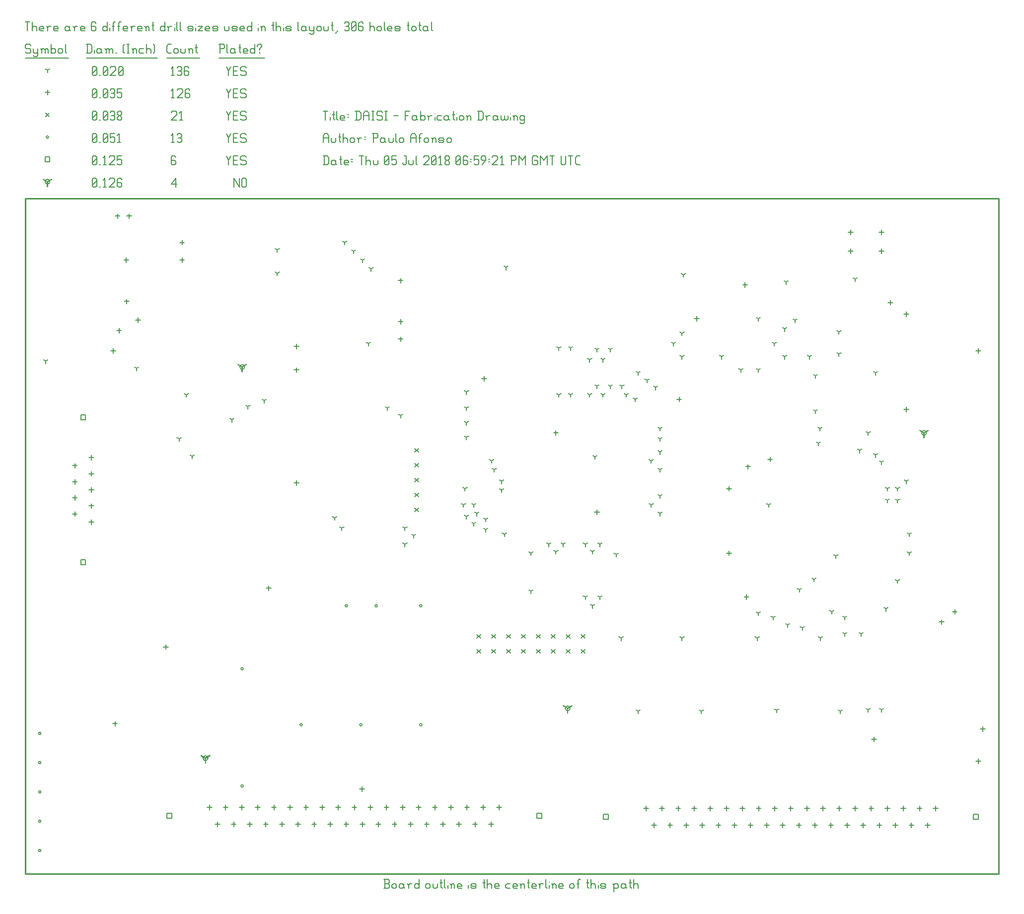
<source format=gbr>
G04 start of page 17 for group -3984 idx -3984 *
G04 Title: DAISI, fab *
G04 Creator: pcb 20140316 *
G04 CreationDate: Thu 05 Jul 2018 06:59:21 PM GMT UTC *
G04 For: afonsop *
G04 Format: Gerber/RS-274X *
G04 PCB-Dimensions (mil): 6540.00 4540.00 *
G04 PCB-Coordinate-Origin: lower left *
%MOIN*%
%FSLAX25Y25*%
%LNFAB*%
%ADD214C,0.0100*%
%ADD213C,0.0075*%
%ADD212C,0.0060*%
%ADD211C,0.0001*%
%ADD210R,0.0080X0.0080*%
G54D210*X121063Y78016D02*Y74816D01*
G54D211*G36*
X120517Y78162D02*X123983Y80162D01*
X124383Y79469D01*
X120916Y77469D01*
X120517Y78162D01*
G37*
G36*
X121210Y77469D02*X117743Y79469D01*
X118143Y80162D01*
X121609Y78162D01*
X121210Y77469D01*
G37*
G54D210*X119463Y78016D02*G75*G03X122663Y78016I1600J0D01*G01*
G75*G03X119463Y78016I-1600J0D01*G01*
X145669Y340811D02*Y337611D01*
G54D211*G36*
X145123Y340958D02*X148589Y342957D01*
X148989Y342264D01*
X145523Y340265D01*
X145123Y340958D01*
G37*
G36*
X145816Y340265D02*X142350Y342264D01*
X142749Y342957D01*
X146216Y340958D01*
X145816Y340265D01*
G37*
G54D210*X144069Y340811D02*G75*G03X147269Y340811I1600J0D01*G01*
G75*G03X144069Y340811I-1600J0D01*G01*
X603346Y296520D02*Y293320D01*
G54D211*G36*
X602800Y296666D02*X606266Y298666D01*
X606666Y297973D01*
X603200Y295973D01*
X602800Y296666D01*
G37*
G36*
X603493Y295973D02*X600027Y297973D01*
X600427Y298666D01*
X603893Y296666D01*
X603493Y295973D01*
G37*
G54D210*X601746Y296520D02*G75*G03X604946Y296520I1600J0D01*G01*
G75*G03X601746Y296520I-1600J0D01*G01*
X364173Y111480D02*Y108280D01*
G54D211*G36*
X363627Y111627D02*X367093Y113627D01*
X367493Y112934D01*
X364027Y110934D01*
X363627Y111627D01*
G37*
G36*
X364320Y110934D02*X360854Y112934D01*
X361253Y113627D01*
X364720Y111627D01*
X364320Y110934D01*
G37*
G54D210*X362573Y111480D02*G75*G03X365773Y111480I1600J0D01*G01*
G75*G03X362573Y111480I-1600J0D01*G01*
X15000Y465250D02*Y462050D01*
G54D211*G36*
X14454Y465397D02*X17920Y467396D01*
X18320Y466703D01*
X14853Y464704D01*
X14454Y465397D01*
G37*
G36*
X15147Y464704D02*X11680Y466703D01*
X12080Y467396D01*
X15546Y465397D01*
X15147Y464704D01*
G37*
G54D210*X13400Y465250D02*G75*G03X16600Y465250I1600J0D01*G01*
G75*G03X13400Y465250I-1600J0D01*G01*
G54D212*X140000Y467500D02*Y461500D01*
Y467500D02*X143750Y461500D01*
Y467500D02*Y461500D01*
X145550Y466750D02*Y462250D01*
Y466750D02*X146300Y467500D01*
X147800D01*
X148550Y466750D01*
Y462250D01*
X147800Y461500D02*X148550Y462250D01*
X146300Y461500D02*X147800D01*
X145550Y462250D02*X146300Y461500D01*
X98000Y463750D02*X101000Y467500D01*
X98000Y463750D02*X101750D01*
X101000Y467500D02*Y461500D01*
X45000Y462250D02*X45750Y461500D01*
X45000Y466750D02*Y462250D01*
Y466750D02*X45750Y467500D01*
X47250D01*
X48000Y466750D01*
Y462250D01*
X47250Y461500D02*X48000Y462250D01*
X45750Y461500D02*X47250D01*
X45000Y463000D02*X48000Y466000D01*
X49800Y461500D02*X50550D01*
X52350Y466300D02*X53550Y467500D01*
Y461500D01*
X52350D02*X54600D01*
X56400Y466750D02*X57150Y467500D01*
X59400D01*
X60150Y466750D01*
Y465250D01*
X56400Y461500D02*X60150Y465250D01*
X56400Y461500D02*X60150D01*
X64200Y467500D02*X64950Y466750D01*
X62700Y467500D02*X64200D01*
X61950Y466750D02*X62700Y467500D01*
X61950Y466750D02*Y462250D01*
X62700Y461500D01*
X64200Y464800D02*X64950Y464050D01*
X61950Y464800D02*X64200D01*
X62700Y461500D02*X64200D01*
X64950Y462250D01*
Y464050D02*Y462250D01*
X95205Y40924D02*X98405D01*
X95205D02*Y37724D01*
X98405D01*
Y40924D02*Y37724D01*
X343605Y40924D02*X346805D01*
X343605D02*Y37724D01*
X346805D01*
Y40924D02*Y37724D01*
X37353Y308517D02*X40553D01*
X37353D02*Y305317D01*
X40553D01*
Y308517D02*Y305317D01*
X37353Y211317D02*X40553D01*
X37353D02*Y208117D01*
X40553D01*
Y211317D02*Y208117D01*
X388164Y40246D02*X391364D01*
X388164D02*Y37046D01*
X391364D01*
Y40246D02*Y37046D01*
X636564Y40246D02*X639764D01*
X636564D02*Y37046D01*
X639764D01*
Y40246D02*Y37046D01*
X13400Y481850D02*X16600D01*
X13400D02*Y478650D01*
X16600D01*
Y481850D02*Y478650D01*
X135000Y482500D02*X136500Y479500D01*
X138000Y482500D01*
X136500Y479500D02*Y476500D01*
X139800Y479800D02*X142050D01*
X139800Y476500D02*X142800D01*
X139800Y482500D02*Y476500D01*
Y482500D02*X142800D01*
X147600D02*X148350Y481750D01*
X145350Y482500D02*X147600D01*
X144600Y481750D02*X145350Y482500D01*
X144600Y481750D02*Y480250D01*
X145350Y479500D01*
X147600D01*
X148350Y478750D01*
Y477250D01*
X147600Y476500D02*X148350Y477250D01*
X145350Y476500D02*X147600D01*
X144600Y477250D02*X145350Y476500D01*
X100250Y482500D02*X101000Y481750D01*
X98750Y482500D02*X100250D01*
X98000Y481750D02*X98750Y482500D01*
X98000Y481750D02*Y477250D01*
X98750Y476500D01*
X100250Y479800D02*X101000Y479050D01*
X98000Y479800D02*X100250D01*
X98750Y476500D02*X100250D01*
X101000Y477250D01*
Y479050D02*Y477250D01*
X45000D02*X45750Y476500D01*
X45000Y481750D02*Y477250D01*
Y481750D02*X45750Y482500D01*
X47250D01*
X48000Y481750D01*
Y477250D01*
X47250Y476500D02*X48000Y477250D01*
X45750Y476500D02*X47250D01*
X45000Y478000D02*X48000Y481000D01*
X49800Y476500D02*X50550D01*
X52350Y481300D02*X53550Y482500D01*
Y476500D01*
X52350D02*X54600D01*
X56400Y481750D02*X57150Y482500D01*
X59400D01*
X60150Y481750D01*
Y480250D01*
X56400Y476500D02*X60150Y480250D01*
X56400Y476500D02*X60150D01*
X61950Y482500D02*X64950D01*
X61950D02*Y479500D01*
X62700Y480250D01*
X64200D01*
X64950Y479500D01*
Y477250D01*
X64200Y476500D02*X64950Y477250D01*
X62700Y476500D02*X64200D01*
X61950Y477250D02*X62700Y476500D01*
X184436Y100457D02*G75*G03X186036Y100457I800J0D01*G01*
G75*G03X184436Y100457I-800J0D01*G01*
X224594D02*G75*G03X226194Y100457I800J0D01*G01*
G75*G03X224594Y100457I-800J0D01*G01*
X264751D02*G75*G03X266351Y100457I800J0D01*G01*
G75*G03X264751Y100457I-800J0D01*G01*
Y180378D02*G75*G03X266351Y180378I800J0D01*G01*
G75*G03X264751Y180378I-800J0D01*G01*
X234830D02*G75*G03X236430Y180378I800J0D01*G01*
G75*G03X234830Y180378I-800J0D01*G01*
X214751D02*G75*G03X216351Y180378I800J0D01*G01*
G75*G03X214751Y180378I-800J0D01*G01*
X144869Y138055D02*G75*G03X146469Y138055I800J0D01*G01*
G75*G03X144869Y138055I-800J0D01*G01*
Y59315D02*G75*G03X146469Y59315I800J0D01*G01*
G75*G03X144869Y59315I-800J0D01*G01*
X9043Y94748D02*G75*G03X10643Y94748I800J0D01*G01*
G75*G03X9043Y94748I-800J0D01*G01*
Y75063D02*G75*G03X10643Y75063I800J0D01*G01*
G75*G03X9043Y75063I-800J0D01*G01*
Y55378D02*G75*G03X10643Y55378I800J0D01*G01*
G75*G03X9043Y55378I-800J0D01*G01*
Y35693D02*G75*G03X10643Y35693I800J0D01*G01*
G75*G03X9043Y35693I-800J0D01*G01*
Y16008D02*G75*G03X10643Y16008I800J0D01*G01*
G75*G03X9043Y16008I-800J0D01*G01*
X14200Y495250D02*G75*G03X15800Y495250I800J0D01*G01*
G75*G03X14200Y495250I-800J0D01*G01*
X135000Y497500D02*X136500Y494500D01*
X138000Y497500D01*
X136500Y494500D02*Y491500D01*
X139800Y494800D02*X142050D01*
X139800Y491500D02*X142800D01*
X139800Y497500D02*Y491500D01*
Y497500D02*X142800D01*
X147600D02*X148350Y496750D01*
X145350Y497500D02*X147600D01*
X144600Y496750D02*X145350Y497500D01*
X144600Y496750D02*Y495250D01*
X145350Y494500D01*
X147600D01*
X148350Y493750D01*
Y492250D01*
X147600Y491500D02*X148350Y492250D01*
X145350Y491500D02*X147600D01*
X144600Y492250D02*X145350Y491500D01*
X98000Y496300D02*X99200Y497500D01*
Y491500D01*
X98000D02*X100250D01*
X102050Y496750D02*X102800Y497500D01*
X104300D01*
X105050Y496750D01*
X104300Y491500D02*X105050Y492250D01*
X102800Y491500D02*X104300D01*
X102050Y492250D02*X102800Y491500D01*
Y494800D02*X104300D01*
X105050Y496750D02*Y495550D01*
Y494050D02*Y492250D01*
Y494050D02*X104300Y494800D01*
X105050Y495550D02*X104300Y494800D01*
X45000Y492250D02*X45750Y491500D01*
X45000Y496750D02*Y492250D01*
Y496750D02*X45750Y497500D01*
X47250D01*
X48000Y496750D01*
Y492250D01*
X47250Y491500D02*X48000Y492250D01*
X45750Y491500D02*X47250D01*
X45000Y493000D02*X48000Y496000D01*
X49800Y491500D02*X50550D01*
X52350Y492250D02*X53100Y491500D01*
X52350Y496750D02*Y492250D01*
Y496750D02*X53100Y497500D01*
X54600D01*
X55350Y496750D01*
Y492250D01*
X54600Y491500D02*X55350Y492250D01*
X53100Y491500D02*X54600D01*
X52350Y493000D02*X55350Y496000D01*
X57150Y497500D02*X60150D01*
X57150D02*Y494500D01*
X57900Y495250D01*
X59400D01*
X60150Y494500D01*
Y492250D01*
X59400Y491500D02*X60150Y492250D01*
X57900Y491500D02*X59400D01*
X57150Y492250D02*X57900Y491500D01*
X61950Y496300D02*X63150Y497500D01*
Y491500D01*
X61950D02*X64200D01*
X373288Y161066D02*X375688Y158666D01*
X373288D02*X375688Y161066D01*
X373288Y151066D02*X375688Y148666D01*
X373288D02*X375688Y151066D01*
X363288Y161066D02*X365688Y158666D01*
X363288D02*X365688Y161066D01*
X363288Y151066D02*X365688Y148666D01*
X363288D02*X365688Y151066D01*
X353288Y161066D02*X355688Y158666D01*
X353288D02*X355688Y161066D01*
X353288Y151066D02*X355688Y148666D01*
X353288D02*X355688Y151066D01*
X343288Y161066D02*X345688Y158666D01*
X343288D02*X345688Y161066D01*
X343288Y151066D02*X345688Y148666D01*
X343288D02*X345688Y151066D01*
X333288Y161066D02*X335688Y158666D01*
X333288D02*X335688Y161066D01*
X333288Y151066D02*X335688Y148666D01*
X333288D02*X335688Y151066D01*
X323288Y161066D02*X325688Y158666D01*
X323288D02*X325688Y161066D01*
X323288Y151066D02*X325688Y148666D01*
X323288D02*X325688Y151066D01*
X313288Y161066D02*X315688Y158666D01*
X313288D02*X315688Y161066D01*
X313288Y151066D02*X315688Y148666D01*
X313288D02*X315688Y151066D01*
X303288Y161066D02*X305688Y158666D01*
X303288D02*X305688Y161066D01*
X303288Y151066D02*X305688Y148666D01*
X303288D02*X305688Y151066D01*
X261595Y245909D02*X263995Y243509D01*
X261595D02*X263995Y245909D01*
X261595Y255909D02*X263995Y253509D01*
X261595D02*X263995Y255909D01*
X261595Y265909D02*X263995Y263509D01*
X261595D02*X263995Y265909D01*
X261595Y275909D02*X263995Y273509D01*
X261595D02*X263995Y275909D01*
X261595Y285909D02*X263995Y283509D01*
X261595D02*X263995Y285909D01*
X13800Y511450D02*X16200Y509050D01*
X13800D02*X16200Y511450D01*
X135000Y512500D02*X136500Y509500D01*
X138000Y512500D01*
X136500Y509500D02*Y506500D01*
X139800Y509800D02*X142050D01*
X139800Y506500D02*X142800D01*
X139800Y512500D02*Y506500D01*
Y512500D02*X142800D01*
X147600D02*X148350Y511750D01*
X145350Y512500D02*X147600D01*
X144600Y511750D02*X145350Y512500D01*
X144600Y511750D02*Y510250D01*
X145350Y509500D01*
X147600D01*
X148350Y508750D01*
Y507250D01*
X147600Y506500D02*X148350Y507250D01*
X145350Y506500D02*X147600D01*
X144600Y507250D02*X145350Y506500D01*
X98000Y511750D02*X98750Y512500D01*
X101000D01*
X101750Y511750D01*
Y510250D01*
X98000Y506500D02*X101750Y510250D01*
X98000Y506500D02*X101750D01*
X103550Y511300D02*X104750Y512500D01*
Y506500D01*
X103550D02*X105800D01*
X45000Y507250D02*X45750Y506500D01*
X45000Y511750D02*Y507250D01*
Y511750D02*X45750Y512500D01*
X47250D01*
X48000Y511750D01*
Y507250D01*
X47250Y506500D02*X48000Y507250D01*
X45750Y506500D02*X47250D01*
X45000Y508000D02*X48000Y511000D01*
X49800Y506500D02*X50550D01*
X52350Y507250D02*X53100Y506500D01*
X52350Y511750D02*Y507250D01*
Y511750D02*X53100Y512500D01*
X54600D01*
X55350Y511750D01*
Y507250D01*
X54600Y506500D02*X55350Y507250D01*
X53100Y506500D02*X54600D01*
X52350Y508000D02*X55350Y511000D01*
X57150Y511750D02*X57900Y512500D01*
X59400D01*
X60150Y511750D01*
X59400Y506500D02*X60150Y507250D01*
X57900Y506500D02*X59400D01*
X57150Y507250D02*X57900Y506500D01*
Y509800D02*X59400D01*
X60150Y511750D02*Y510550D01*
Y509050D02*Y507250D01*
Y509050D02*X59400Y509800D01*
X60150Y510550D02*X59400Y509800D01*
X61950Y507250D02*X62700Y506500D01*
X61950Y508450D02*Y507250D01*
Y508450D02*X63000Y509500D01*
X63900D01*
X64950Y508450D01*
Y507250D01*
X64200Y506500D02*X64950Y507250D01*
X62700Y506500D02*X64200D01*
X61950Y510550D02*X63000Y509500D01*
X61950Y511750D02*Y510550D01*
Y511750D02*X62700Y512500D01*
X64200D01*
X64950Y511750D01*
Y510550D01*
X63900Y509500D02*X64950Y510550D01*
X318205Y46524D02*Y43324D01*
X316605Y44924D02*X319805D01*
X307405Y46524D02*Y43324D01*
X305805Y44924D02*X309005D01*
X296605Y46524D02*Y43324D01*
X295005Y44924D02*X298205D01*
X285805Y46524D02*Y43324D01*
X284205Y44924D02*X287405D01*
X275005Y46524D02*Y43324D01*
X273405Y44924D02*X276605D01*
X264205Y46524D02*Y43324D01*
X262605Y44924D02*X265805D01*
X253405Y46524D02*Y43324D01*
X251805Y44924D02*X255005D01*
X242605Y46524D02*Y43324D01*
X241005Y44924D02*X244205D01*
X231805Y46524D02*Y43324D01*
X230205Y44924D02*X233405D01*
X221005Y46524D02*Y43324D01*
X219405Y44924D02*X222605D01*
X210205Y46524D02*Y43324D01*
X208605Y44924D02*X211805D01*
X199405Y46524D02*Y43324D01*
X197805Y44924D02*X201005D01*
X188605Y46524D02*Y43324D01*
X187005Y44924D02*X190205D01*
X177805Y46524D02*Y43324D01*
X176205Y44924D02*X179405D01*
X167005Y46524D02*Y43324D01*
X165405Y44924D02*X168605D01*
X156205Y46524D02*Y43324D01*
X154605Y44924D02*X157805D01*
X145405Y46524D02*Y43324D01*
X143805Y44924D02*X147005D01*
X134605Y46524D02*Y43324D01*
X133005Y44924D02*X136205D01*
X123805Y46524D02*Y43324D01*
X122205Y44924D02*X125405D01*
X312805Y35324D02*Y32124D01*
X311205Y33724D02*X314405D01*
X302005Y35324D02*Y32124D01*
X300405Y33724D02*X303605D01*
X291205Y35324D02*Y32124D01*
X289605Y33724D02*X292805D01*
X280405Y35324D02*Y32124D01*
X278805Y33724D02*X282005D01*
X269605Y35324D02*Y32124D01*
X268005Y33724D02*X271205D01*
X258805Y35324D02*Y32124D01*
X257205Y33724D02*X260405D01*
X248005Y35324D02*Y32124D01*
X246405Y33724D02*X249605D01*
X237205Y35324D02*Y32124D01*
X235605Y33724D02*X238805D01*
X226405Y35324D02*Y32124D01*
X224805Y33724D02*X228005D01*
X215605Y35324D02*Y32124D01*
X214005Y33724D02*X217205D01*
X204805Y35324D02*Y32124D01*
X203205Y33724D02*X206405D01*
X194005Y35324D02*Y32124D01*
X192405Y33724D02*X195605D01*
X183205Y35324D02*Y32124D01*
X181605Y33724D02*X184805D01*
X172405Y35324D02*Y32124D01*
X170805Y33724D02*X174005D01*
X161605Y35324D02*Y32124D01*
X160005Y33724D02*X163205D01*
X150805Y35324D02*Y32124D01*
X149205Y33724D02*X152405D01*
X140005Y35324D02*Y32124D01*
X138405Y33724D02*X141605D01*
X129205Y35324D02*Y32124D01*
X127605Y33724D02*X130805D01*
X44553Y238317D02*Y235117D01*
X42953Y236717D02*X46153D01*
X44553Y249117D02*Y245917D01*
X42953Y247517D02*X46153D01*
X44553Y259917D02*Y256717D01*
X42953Y258317D02*X46153D01*
X44553Y270717D02*Y267517D01*
X42953Y269117D02*X46153D01*
X44553Y281517D02*Y278317D01*
X42953Y279917D02*X46153D01*
X33353Y243717D02*Y240517D01*
X31753Y242117D02*X34953D01*
X33353Y254517D02*Y251317D01*
X31753Y252917D02*X34953D01*
X33353Y265317D02*Y262117D01*
X31753Y263717D02*X34953D01*
X33353Y276117D02*Y272917D01*
X31753Y274517D02*X34953D01*
X611164Y45846D02*Y42646D01*
X609564Y44246D02*X612764D01*
X600364Y45846D02*Y42646D01*
X598764Y44246D02*X601964D01*
X589564Y45846D02*Y42646D01*
X587964Y44246D02*X591164D01*
X578764Y45846D02*Y42646D01*
X577164Y44246D02*X580364D01*
X567964Y45846D02*Y42646D01*
X566364Y44246D02*X569564D01*
X557164Y45846D02*Y42646D01*
X555564Y44246D02*X558764D01*
X546364Y45846D02*Y42646D01*
X544764Y44246D02*X547964D01*
X535564Y45846D02*Y42646D01*
X533964Y44246D02*X537164D01*
X524764Y45846D02*Y42646D01*
X523164Y44246D02*X526364D01*
X513964Y45846D02*Y42646D01*
X512364Y44246D02*X515564D01*
X503164Y45846D02*Y42646D01*
X501564Y44246D02*X504764D01*
X492364Y45846D02*Y42646D01*
X490764Y44246D02*X493964D01*
X481564Y45846D02*Y42646D01*
X479964Y44246D02*X483164D01*
X470764Y45846D02*Y42646D01*
X469164Y44246D02*X472364D01*
X459964Y45846D02*Y42646D01*
X458364Y44246D02*X461564D01*
X449164Y45846D02*Y42646D01*
X447564Y44246D02*X450764D01*
X438364Y45846D02*Y42646D01*
X436764Y44246D02*X439964D01*
X427564Y45846D02*Y42646D01*
X425964Y44246D02*X429164D01*
X416764Y45846D02*Y42646D01*
X415164Y44246D02*X418364D01*
X605764Y34646D02*Y31446D01*
X604164Y33046D02*X607364D01*
X594964Y34646D02*Y31446D01*
X593364Y33046D02*X596564D01*
X584164Y34646D02*Y31446D01*
X582564Y33046D02*X585764D01*
X573364Y34646D02*Y31446D01*
X571764Y33046D02*X574964D01*
X562564Y34646D02*Y31446D01*
X560964Y33046D02*X564164D01*
X551764Y34646D02*Y31446D01*
X550164Y33046D02*X553364D01*
X540964Y34646D02*Y31446D01*
X539364Y33046D02*X542564D01*
X530164Y34646D02*Y31446D01*
X528564Y33046D02*X531764D01*
X519364Y34646D02*Y31446D01*
X517764Y33046D02*X520964D01*
X508564Y34646D02*Y31446D01*
X506964Y33046D02*X510164D01*
X497764Y34646D02*Y31446D01*
X496164Y33046D02*X499364D01*
X486964Y34646D02*Y31446D01*
X485364Y33046D02*X488564D01*
X476164Y34646D02*Y31446D01*
X474564Y33046D02*X477764D01*
X465364Y34646D02*Y31446D01*
X463764Y33046D02*X466964D01*
X454564Y34646D02*Y31446D01*
X452964Y33046D02*X456164D01*
X443764Y34646D02*Y31446D01*
X442164Y33046D02*X445364D01*
X432964Y34646D02*Y31446D01*
X431364Y33046D02*X434564D01*
X422164Y34646D02*Y31446D01*
X420564Y33046D02*X423764D01*
X639764Y77647D02*Y74447D01*
X638164Y76047D02*X641364D01*
X163386Y193789D02*Y190589D01*
X161786Y192189D02*X164986D01*
X438976Y320757D02*Y317557D01*
X437376Y319157D02*X440576D01*
X472441Y260718D02*Y257518D01*
X470841Y259118D02*X474041D01*
X472441Y217411D02*Y214211D01*
X470841Y215811D02*X474041D01*
X484252Y187883D02*Y184683D01*
X482652Y186283D02*X485852D01*
X485236Y275482D02*Y272282D01*
X483636Y273882D02*X486836D01*
X105315Y414261D02*Y411061D01*
X103715Y412661D02*X106915D01*
X105315Y426072D02*Y422872D01*
X103715Y424472D02*X106915D01*
X68189Y386427D02*Y383227D01*
X66589Y384827D02*X69789D01*
X67913Y414261D02*Y411061D01*
X66313Y412661D02*X69513D01*
X59055Y353238D02*Y350038D01*
X57455Y351638D02*X60655D01*
X639764Y353238D02*Y350038D01*
X638164Y351638D02*X641364D01*
X251969Y372923D02*Y369723D01*
X250369Y371323D02*X253569D01*
X251969Y361112D02*Y357912D01*
X250369Y359512D02*X253569D01*
X226167Y59025D02*Y55825D01*
X224567Y57425D02*X227767D01*
X60303Y102777D02*Y99577D01*
X58703Y101177D02*X61903D01*
X450787Y374891D02*Y371691D01*
X449187Y373291D02*X452387D01*
X642717Y99301D02*Y96101D01*
X641117Y97701D02*X644317D01*
X569882Y92411D02*Y89211D01*
X568282Y90811D02*X571482D01*
X554134Y420167D02*Y416967D01*
X552534Y418567D02*X555734D01*
X574803Y420167D02*Y416967D01*
X573203Y418567D02*X576403D01*
X591535Y313868D02*Y310668D01*
X589935Y312268D02*X593135D01*
X500000Y280403D02*Y277203D01*
X498400Y278803D02*X501600D01*
X308071Y334537D02*Y331337D01*
X306471Y332937D02*X309671D01*
X483268Y397529D02*Y394329D01*
X481668Y395929D02*X484868D01*
X182087Y356191D02*Y352991D01*
X180487Y354591D02*X183687D01*
X182087Y264655D02*Y261455D01*
X180487Y263055D02*X183687D01*
X182087Y340443D02*Y337243D01*
X180487Y338843D02*X183687D01*
X62992Y367017D02*Y363817D01*
X61392Y365417D02*X64592D01*
X75787Y373907D02*Y370707D01*
X74187Y372307D02*X77387D01*
X69882Y443789D02*Y440589D01*
X68282Y442189D02*X71482D01*
X62008Y443789D02*Y440589D01*
X60408Y442189D02*X63608D01*
X580709Y385718D02*Y382518D01*
X579109Y384118D02*X582309D01*
X591535Y377844D02*Y374644D01*
X589935Y376244D02*X593135D01*
X615157Y171151D02*Y167951D01*
X613557Y169551D02*X616757D01*
X624016Y178041D02*Y174841D01*
X622416Y176441D02*X625616D01*
X356299Y298120D02*Y294920D01*
X354699Y296520D02*X357899D01*
X383858Y244970D02*Y241770D01*
X382258Y243370D02*X385458D01*
X574803Y432962D02*Y429762D01*
X573203Y431362D02*X576403D01*
X554134Y432962D02*Y429762D01*
X552534Y431362D02*X555734D01*
X94488Y154419D02*Y151219D01*
X92888Y152819D02*X96088D01*
X251969Y400482D02*Y397282D01*
X250369Y398882D02*X253569D01*
X15000Y526850D02*Y523650D01*
X13400Y525250D02*X16600D01*
X135000Y527500D02*X136500Y524500D01*
X138000Y527500D01*
X136500Y524500D02*Y521500D01*
X139800Y524800D02*X142050D01*
X139800Y521500D02*X142800D01*
X139800Y527500D02*Y521500D01*
Y527500D02*X142800D01*
X147600D02*X148350Y526750D01*
X145350Y527500D02*X147600D01*
X144600Y526750D02*X145350Y527500D01*
X144600Y526750D02*Y525250D01*
X145350Y524500D01*
X147600D01*
X148350Y523750D01*
Y522250D01*
X147600Y521500D02*X148350Y522250D01*
X145350Y521500D02*X147600D01*
X144600Y522250D02*X145350Y521500D01*
X98000Y526300D02*X99200Y527500D01*
Y521500D01*
X98000D02*X100250D01*
X102050Y526750D02*X102800Y527500D01*
X105050D01*
X105800Y526750D01*
Y525250D01*
X102050Y521500D02*X105800Y525250D01*
X102050Y521500D02*X105800D01*
X109850Y527500D02*X110600Y526750D01*
X108350Y527500D02*X109850D01*
X107600Y526750D02*X108350Y527500D01*
X107600Y526750D02*Y522250D01*
X108350Y521500D01*
X109850Y524800D02*X110600Y524050D01*
X107600Y524800D02*X109850D01*
X108350Y521500D02*X109850D01*
X110600Y522250D01*
Y524050D02*Y522250D01*
X45000D02*X45750Y521500D01*
X45000Y526750D02*Y522250D01*
Y526750D02*X45750Y527500D01*
X47250D01*
X48000Y526750D01*
Y522250D01*
X47250Y521500D02*X48000Y522250D01*
X45750Y521500D02*X47250D01*
X45000Y523000D02*X48000Y526000D01*
X49800Y521500D02*X50550D01*
X52350Y522250D02*X53100Y521500D01*
X52350Y526750D02*Y522250D01*
Y526750D02*X53100Y527500D01*
X54600D01*
X55350Y526750D01*
Y522250D01*
X54600Y521500D02*X55350Y522250D01*
X53100Y521500D02*X54600D01*
X52350Y523000D02*X55350Y526000D01*
X57150Y526750D02*X57900Y527500D01*
X59400D01*
X60150Y526750D01*
X59400Y521500D02*X60150Y522250D01*
X57900Y521500D02*X59400D01*
X57150Y522250D02*X57900Y521500D01*
Y524800D02*X59400D01*
X60150Y526750D02*Y525550D01*
Y524050D02*Y522250D01*
Y524050D02*X59400Y524800D01*
X60150Y525550D02*X59400Y524800D01*
X61950Y527500D02*X64950D01*
X61950D02*Y524500D01*
X62700Y525250D01*
X64200D01*
X64950Y524500D01*
Y522250D01*
X64200Y521500D02*X64950Y522250D01*
X62700Y521500D02*X64200D01*
X61950Y522250D02*X62700Y521500D01*
X108268Y322110D02*Y320510D01*
Y322110D02*X109654Y322910D01*
X108268Y322110D02*X106881Y322910D01*
X103346Y292583D02*Y290983D01*
Y292583D02*X104733Y293383D01*
X103346Y292583D02*X101960Y293383D01*
X319882Y264039D02*Y262439D01*
Y264039D02*X321269Y264839D01*
X319882Y264039D02*X318495Y264839D01*
X319882Y258134D02*Y256534D01*
Y258134D02*X321269Y258934D01*
X319882Y258134D02*X318495Y258934D01*
X294291Y248291D02*Y246691D01*
Y248291D02*X295678Y249091D01*
X294291Y248291D02*X292905Y249091D01*
X301181Y248291D02*Y246691D01*
Y248291D02*X302568Y249091D01*
X301181Y248291D02*X299794Y249091D01*
X321671Y228427D02*Y226827D01*
Y228427D02*X323058Y229227D01*
X321671Y228427D02*X320284Y229227D01*
X243110Y313252D02*Y311652D01*
Y313252D02*X244497Y314052D01*
X243110Y313252D02*X241724Y314052D01*
X296260Y313252D02*Y311652D01*
Y313252D02*X297647Y314052D01*
X296260Y313252D02*X294873Y314052D01*
X230315Y356559D02*Y354959D01*
Y356559D02*X231702Y357359D01*
X230315Y356559D02*X228928Y357359D01*
X296260Y324079D02*Y322479D01*
Y324079D02*X297647Y324879D01*
X296260Y324079D02*X294873Y324879D01*
X339567Y215811D02*Y214211D01*
Y215811D02*X340954Y216611D01*
X339567Y215811D02*X338180Y216611D01*
X339567Y190220D02*Y188620D01*
Y190220D02*X340954Y191020D01*
X339567Y190220D02*X338180Y191020D01*
X366142Y322110D02*Y320510D01*
Y322110D02*X367528Y322910D01*
X366142Y322110D02*X364755Y322910D01*
X358268Y322110D02*Y320510D01*
Y322110D02*X359654Y322910D01*
X358268Y322110D02*X356881Y322910D01*
X138780Y305378D02*Y303778D01*
Y305378D02*X140166Y306178D01*
X138780Y305378D02*X137393Y306178D01*
X296260Y303409D02*Y301809D01*
Y303409D02*X297647Y304209D01*
X296260Y303409D02*X294873Y304209D01*
X296260Y293567D02*Y291967D01*
Y293567D02*X297647Y294367D01*
X296260Y293567D02*X294873Y294367D01*
X251969Y308331D02*Y306731D01*
Y308331D02*X253355Y309131D01*
X251969Y308331D02*X250582Y309131D01*
X160433Y318173D02*Y316573D01*
Y318173D02*X161820Y318973D01*
X160433Y318173D02*X159046Y318973D01*
X585630Y259118D02*Y257518D01*
Y259118D02*X587017Y259918D01*
X585630Y259118D02*X584243Y259918D01*
X585630Y251244D02*Y249644D01*
Y251244D02*X587017Y252044D01*
X585630Y251244D02*X584243Y252044D01*
X593504Y228606D02*Y227006D01*
Y228606D02*X594891Y229406D01*
X593504Y228606D02*X592117Y229406D01*
X593504Y215811D02*Y214211D01*
Y215811D02*X594891Y216611D01*
X593504Y215811D02*X592117Y216611D01*
X578740Y251244D02*Y249644D01*
Y251244D02*X580127Y252044D01*
X578740Y251244D02*X577353Y252044D01*
X574803Y276835D02*Y275235D01*
Y276835D02*X576190Y277635D01*
X574803Y276835D02*X573416Y277635D01*
X570866Y281756D02*Y280156D01*
Y281756D02*X572253Y282556D01*
X570866Y281756D02*X569479Y282556D01*
X565945Y296520D02*Y294920D01*
Y296520D02*X567332Y297320D01*
X565945Y296520D02*X564558Y297320D01*
X560039Y284709D02*Y283109D01*
Y284709D02*X561426Y285509D01*
X560039Y284709D02*X558653Y285509D01*
X426181Y254197D02*Y252597D01*
Y254197D02*X427568Y254997D01*
X426181Y254197D02*X424794Y254997D01*
X426181Y242386D02*Y240786D01*
Y242386D02*X427568Y243186D01*
X426181Y242386D02*X424794Y243186D01*
X420276Y248291D02*Y246691D01*
Y248291D02*X421662Y249091D01*
X420276Y248291D02*X418889Y249091D01*
X533465Y299472D02*Y297872D01*
Y299472D02*X534851Y300272D01*
X533465Y299472D02*X532078Y300272D01*
X532480Y289630D02*Y288030D01*
Y289630D02*X533867Y290430D01*
X532480Y289630D02*X531094Y290430D01*
X426181Y283724D02*Y282124D01*
Y283724D02*X427568Y284524D01*
X426181Y283724D02*X424794Y284524D01*
X426181Y271913D02*Y270313D01*
Y271913D02*X427568Y272713D01*
X426181Y271913D02*X424794Y272713D01*
X420276Y277819D02*Y276219D01*
Y277819D02*X421662Y278619D01*
X420276Y277819D02*X418889Y278619D01*
X426181Y299472D02*Y297872D01*
Y299472D02*X427568Y300272D01*
X426181Y299472D02*X424794Y300272D01*
X426181Y292583D02*Y290983D01*
Y292583D02*X427568Y293383D01*
X426181Y292583D02*X424794Y293383D01*
X546260Y349669D02*Y348069D01*
Y349669D02*X547647Y350469D01*
X546260Y349669D02*X544873Y350469D01*
X570866Y336874D02*Y335274D01*
Y336874D02*X572253Y337674D01*
X570866Y336874D02*X569479Y337674D01*
X546260Y364433D02*Y362833D01*
Y364433D02*X547647Y365233D01*
X546260Y364433D02*X544873Y365233D01*
X585630Y197110D02*Y195510D01*
Y197110D02*X587017Y197910D01*
X585630Y197110D02*X584243Y197910D01*
X577756Y178409D02*Y176809D01*
Y178409D02*X579143Y179209D01*
X577756Y178409D02*X576369Y179209D01*
X578740Y259118D02*Y257518D01*
Y259118D02*X580127Y259918D01*
X578740Y259118D02*X577353Y259918D01*
X378937Y322110D02*Y320510D01*
Y322110D02*X380324Y322910D01*
X378937Y322110D02*X377550Y322910D01*
X392717Y328016D02*Y326416D01*
Y328016D02*X394103Y328816D01*
X392717Y328016D02*X391330Y328816D01*
X387795Y322110D02*Y320510D01*
Y322110D02*X389182Y322910D01*
X387795Y322110D02*X386409Y322910D01*
X383858Y328016D02*Y326416D01*
Y328016D02*X385245Y328816D01*
X383858Y328016D02*X382472Y328816D01*
X499016Y248291D02*Y246691D01*
Y248291D02*X500402Y249091D01*
X499016Y248291D02*X497629Y249091D01*
X591535Y264039D02*Y262439D01*
Y264039D02*X592922Y264839D01*
X591535Y264039D02*X590149Y264839D01*
X550197Y172504D02*Y170904D01*
Y172504D02*X551584Y173304D01*
X550197Y172504D02*X548810Y173304D01*
X521654Y165614D02*Y164014D01*
Y165614D02*X523040Y166414D01*
X521654Y165614D02*X520267Y166414D01*
X511811Y167583D02*Y165983D01*
Y167583D02*X513198Y168383D01*
X511811Y167583D02*X510424Y168383D01*
X501969Y172504D02*Y170904D01*
Y172504D02*X503355Y173304D01*
X501969Y172504D02*X500582Y173304D01*
X550197Y161677D02*Y160077D01*
Y161677D02*X551584Y162477D01*
X550197Y161677D02*X548810Y162477D01*
X561024Y161677D02*Y160077D01*
Y161677D02*X562410Y162477D01*
X561024Y161677D02*X559637Y162477D01*
X541339Y176441D02*Y174841D01*
Y176441D02*X542725Y177241D01*
X541339Y176441D02*X539952Y177241D01*
X530512Y311283D02*Y309683D01*
Y311283D02*X531898Y312083D01*
X530512Y311283D02*X529125Y312083D01*
X529528Y198094D02*Y196494D01*
Y198094D02*X530914Y198894D01*
X529528Y198094D02*X528141Y198894D01*
X574803Y110496D02*Y108896D01*
Y110496D02*X576190Y111296D01*
X574803Y110496D02*X573416Y111296D01*
X396654Y214827D02*Y213227D01*
Y214827D02*X398040Y215627D01*
X396654Y214827D02*X395267Y215627D01*
X226378Y412661D02*Y411061D01*
Y412661D02*X227765Y413461D01*
X226378Y412661D02*X224991Y413461D01*
X232283Y406756D02*Y405156D01*
Y406756D02*X233670Y407556D01*
X232283Y406756D02*X230897Y407556D01*
X220472Y418567D02*Y416967D01*
Y418567D02*X221859Y419367D01*
X220472Y418567D02*X219086Y419367D01*
X214567Y424472D02*Y422872D01*
Y424472D02*X215954Y425272D01*
X214567Y424472D02*X213180Y425272D01*
X112205Y280772D02*Y279172D01*
Y280772D02*X113591Y281572D01*
X112205Y280772D02*X110818Y281572D01*
X366142Y353606D02*Y352006D01*
Y353606D02*X367528Y354406D01*
X366142Y353606D02*X364755Y354406D01*
X358268Y353606D02*Y352006D01*
Y353606D02*X359654Y354406D01*
X358268Y353606D02*X356881Y354406D01*
X378937Y345732D02*Y344132D01*
Y345732D02*X380324Y346532D01*
X378937Y345732D02*X377550Y346532D01*
X383858Y352622D02*Y351022D01*
Y352622D02*X385245Y353422D01*
X383858Y352622D02*X382472Y353422D01*
X387795Y345732D02*Y344132D01*
Y345732D02*X389182Y346532D01*
X387795Y345732D02*X386409Y346532D01*
X392717Y352622D02*Y351022D01*
Y352622D02*X394103Y353422D01*
X392717Y352622D02*X391330Y353422D01*
X530512Y334906D02*Y333306D01*
Y334906D02*X531898Y335706D01*
X530512Y334906D02*X529125Y335706D01*
X509843Y366402D02*Y364802D01*
Y366402D02*X511229Y367202D01*
X509843Y366402D02*X508456Y367202D01*
X516732Y372307D02*Y370707D01*
Y372307D02*X518119Y373107D01*
X516732Y372307D02*X515346Y373107D01*
X435039Y356559D02*Y354959D01*
Y356559D02*X436426Y357359D01*
X435039Y356559D02*X433653Y357359D01*
X467520Y347701D02*Y346101D01*
Y347701D02*X468906Y348501D01*
X467520Y347701D02*X466133Y348501D01*
X480315Y338843D02*Y337243D01*
Y338843D02*X481702Y339643D01*
X480315Y338843D02*X478928Y339643D01*
X526575Y347701D02*Y346101D01*
Y347701D02*X527961Y348501D01*
X526575Y347701D02*X525188Y348501D01*
X440945Y363449D02*Y361849D01*
Y363449D02*X442332Y364249D01*
X440945Y363449D02*X439558Y364249D01*
X440945Y347701D02*Y346101D01*
Y347701D02*X442332Y348501D01*
X440945Y347701D02*X439558Y348501D01*
X492126Y373291D02*Y371691D01*
Y373291D02*X493513Y374091D01*
X492126Y373291D02*X490739Y374091D01*
X492126Y338843D02*Y337243D01*
Y338843D02*X493513Y339643D01*
X492126Y338843D02*X490739Y339643D01*
X502953Y356559D02*Y354959D01*
Y356559D02*X504339Y357359D01*
X502953Y356559D02*X501566Y357359D01*
X509843Y347701D02*Y346101D01*
Y347701D02*X511229Y348501D01*
X509843Y347701D02*X508456Y348501D01*
X409449Y319157D02*Y317557D01*
Y319157D02*X410835Y319957D01*
X409449Y319157D02*X408062Y319957D01*
X403543Y322110D02*Y320510D01*
Y322110D02*X404930Y322910D01*
X403543Y322110D02*X402157Y322910D01*
X400591Y328016D02*Y326416D01*
Y328016D02*X401977Y328816D01*
X400591Y328016D02*X399204Y328816D01*
X411417Y336874D02*Y335274D01*
Y336874D02*X412804Y337674D01*
X411417Y336874D02*X410031Y337674D01*
X417323Y331953D02*Y330353D01*
Y331953D02*X418710Y332753D01*
X417323Y331953D02*X415936Y332753D01*
X423228Y327031D02*Y325431D01*
Y327031D02*X424615Y327831D01*
X423228Y327031D02*X421842Y327831D01*
X441929Y402819D02*Y401219D01*
Y402819D02*X443316Y403619D01*
X441929Y402819D02*X440542Y403619D01*
X510827Y397898D02*Y396298D01*
Y397898D02*X512213Y398698D01*
X510827Y397898D02*X509440Y398698D01*
X312992Y277819D02*Y276219D01*
Y277819D02*X314379Y278619D01*
X312992Y277819D02*X311605Y278619D01*
X314961Y271913D02*Y270313D01*
Y271913D02*X316347Y272713D01*
X314961Y271913D02*X313574Y272713D01*
X351378Y221717D02*Y220117D01*
Y221717D02*X352765Y222517D01*
X351378Y221717D02*X349991Y222517D01*
X356299Y216795D02*Y215195D01*
Y216795D02*X357686Y217595D01*
X356299Y216795D02*X354913Y217595D01*
X361220Y221717D02*Y220117D01*
Y221717D02*X362607Y222517D01*
X361220Y221717D02*X359834Y222517D01*
X375984Y221717D02*Y220117D01*
Y221717D02*X377371Y222517D01*
X375984Y221717D02*X374598Y222517D01*
X380906Y216795D02*Y215195D01*
Y216795D02*X382292Y217595D01*
X380906Y216795D02*X379519Y217595D01*
X385827Y221717D02*Y220117D01*
Y221717D02*X387213Y222517D01*
X385827Y221717D02*X384440Y222517D01*
X385827Y186283D02*Y184683D01*
Y186283D02*X387213Y187083D01*
X385827Y186283D02*X384440Y187083D01*
X380906Y180378D02*Y178778D01*
Y180378D02*X382292Y181178D01*
X380906Y180378D02*X379519Y181178D01*
X375984Y186283D02*Y184683D01*
Y186283D02*X377371Y187083D01*
X375984Y186283D02*X374598Y187083D01*
X169291Y419551D02*Y417951D01*
Y419551D02*X170678Y420351D01*
X169291Y419551D02*X167905Y420351D01*
X169291Y403803D02*Y402203D01*
Y403803D02*X170678Y404603D01*
X169291Y403803D02*X167905Y404603D01*
X74803Y339827D02*Y338227D01*
Y339827D02*X76190Y340627D01*
X74803Y339827D02*X73416Y340627D01*
X13780Y344748D02*Y343148D01*
Y344748D02*X15166Y345548D01*
X13780Y344748D02*X12393Y345548D01*
X382551Y280448D02*Y278848D01*
Y280448D02*X383937Y281248D01*
X382551Y280448D02*X381164Y281248D01*
X565945Y110496D02*Y108896D01*
Y110496D02*X567332Y111296D01*
X565945Y110496D02*X564558Y111296D01*
X322835Y407740D02*Y406140D01*
Y407740D02*X324221Y408540D01*
X322835Y407740D02*X321448Y408540D01*
X557087Y399866D02*Y398266D01*
Y399866D02*X558473Y400666D01*
X557087Y399866D02*X555700Y400666D01*
X544291Y213843D02*Y212243D01*
Y213843D02*X545678Y214643D01*
X544291Y213843D02*X542905Y214643D01*
X295276Y259118D02*Y257518D01*
Y259118D02*X296662Y259918D01*
X295276Y259118D02*X293889Y259918D01*
X492126Y175457D02*Y173857D01*
Y175457D02*X493513Y176257D01*
X492126Y175457D02*X490739Y176257D01*
X519685Y191205D02*Y189605D01*
Y191205D02*X521072Y192005D01*
X519685Y191205D02*X518298Y192005D01*
X533858Y158724D02*Y157124D01*
Y158724D02*X535245Y159524D01*
X533858Y158724D02*X532472Y159524D01*
X491339Y158724D02*Y157124D01*
Y158724D02*X492725Y159524D01*
X491339Y158724D02*X489952Y159524D01*
X440945Y158724D02*Y157124D01*
Y158724D02*X442332Y159524D01*
X440945Y158724D02*X439558Y159524D01*
X400000Y158724D02*Y157124D01*
Y158724D02*X401387Y159524D01*
X400000Y158724D02*X398613Y159524D01*
X547244Y109512D02*Y107912D01*
Y109512D02*X548631Y110312D01*
X547244Y109512D02*X545857Y110312D01*
X504331Y110299D02*Y108699D01*
Y110299D02*X505717Y111099D01*
X504331Y110299D02*X502944Y111099D01*
X453937Y109512D02*Y107912D01*
Y109512D02*X455324Y110312D01*
X453937Y109512D02*X452550Y110312D01*
X411417Y109512D02*Y107912D01*
Y109512D02*X412804Y110312D01*
X411417Y109512D02*X410031Y110312D01*
X296260Y240417D02*Y238817D01*
Y240417D02*X297647Y241217D01*
X296260Y240417D02*X294873Y241217D01*
X301181Y235496D02*Y233896D01*
Y235496D02*X302568Y236296D01*
X301181Y235496D02*X299794Y236296D01*
X309055Y231559D02*Y229959D01*
Y231559D02*X310442Y232359D01*
X309055Y231559D02*X307668Y232359D01*
X303150Y242386D02*Y240786D01*
Y242386D02*X304536Y243186D01*
X303150Y242386D02*X301763Y243186D01*
X309055Y238449D02*Y236849D01*
Y238449D02*X310442Y239249D01*
X309055Y238449D02*X307668Y239249D01*
X254921Y232543D02*Y230943D01*
Y232543D02*X256308Y233343D01*
X254921Y232543D02*X253535Y233343D01*
X260827Y227622D02*Y226022D01*
Y227622D02*X262213Y228422D01*
X260827Y227622D02*X259440Y228422D01*
X254921Y221717D02*Y220117D01*
Y221717D02*X256308Y222517D01*
X254921Y221717D02*X253535Y222517D01*
X212598Y232543D02*Y230943D01*
Y232543D02*X213985Y233343D01*
X212598Y232543D02*X211212Y233343D01*
X207677Y239433D02*Y237833D01*
Y239433D02*X209064Y240233D01*
X207677Y239433D02*X206291Y240233D01*
X149606Y314236D02*Y312636D01*
Y314236D02*X150993Y315036D01*
X149606Y314236D02*X148220Y315036D01*
X15000Y540250D02*Y538650D01*
Y540250D02*X16387Y541050D01*
X15000Y540250D02*X13613Y541050D01*
X135000Y542500D02*X136500Y539500D01*
X138000Y542500D01*
X136500Y539500D02*Y536500D01*
X139800Y539800D02*X142050D01*
X139800Y536500D02*X142800D01*
X139800Y542500D02*Y536500D01*
Y542500D02*X142800D01*
X147600D02*X148350Y541750D01*
X145350Y542500D02*X147600D01*
X144600Y541750D02*X145350Y542500D01*
X144600Y541750D02*Y540250D01*
X145350Y539500D01*
X147600D01*
X148350Y538750D01*
Y537250D01*
X147600Y536500D02*X148350Y537250D01*
X145350Y536500D02*X147600D01*
X144600Y537250D02*X145350Y536500D01*
X98000Y541300D02*X99200Y542500D01*
Y536500D01*
X98000D02*X100250D01*
X102050Y541750D02*X102800Y542500D01*
X104300D01*
X105050Y541750D01*
X104300Y536500D02*X105050Y537250D01*
X102800Y536500D02*X104300D01*
X102050Y537250D02*X102800Y536500D01*
Y539800D02*X104300D01*
X105050Y541750D02*Y540550D01*
Y539050D02*Y537250D01*
Y539050D02*X104300Y539800D01*
X105050Y540550D02*X104300Y539800D01*
X109100Y542500D02*X109850Y541750D01*
X107600Y542500D02*X109100D01*
X106850Y541750D02*X107600Y542500D01*
X106850Y541750D02*Y537250D01*
X107600Y536500D01*
X109100Y539800D02*X109850Y539050D01*
X106850Y539800D02*X109100D01*
X107600Y536500D02*X109100D01*
X109850Y537250D01*
Y539050D02*Y537250D01*
X45000D02*X45750Y536500D01*
X45000Y541750D02*Y537250D01*
Y541750D02*X45750Y542500D01*
X47250D01*
X48000Y541750D01*
Y537250D01*
X47250Y536500D02*X48000Y537250D01*
X45750Y536500D02*X47250D01*
X45000Y538000D02*X48000Y541000D01*
X49800Y536500D02*X50550D01*
X52350Y537250D02*X53100Y536500D01*
X52350Y541750D02*Y537250D01*
Y541750D02*X53100Y542500D01*
X54600D01*
X55350Y541750D01*
Y537250D01*
X54600Y536500D02*X55350Y537250D01*
X53100Y536500D02*X54600D01*
X52350Y538000D02*X55350Y541000D01*
X57150Y541750D02*X57900Y542500D01*
X60150D01*
X60900Y541750D01*
Y540250D01*
X57150Y536500D02*X60900Y540250D01*
X57150Y536500D02*X60900D01*
X62700Y537250D02*X63450Y536500D01*
X62700Y541750D02*Y537250D01*
Y541750D02*X63450Y542500D01*
X64950D01*
X65700Y541750D01*
Y537250D01*
X64950Y536500D02*X65700Y537250D01*
X63450Y536500D02*X64950D01*
X62700Y538000D02*X65700Y541000D01*
X3000Y557500D02*X3750Y556750D01*
X750Y557500D02*X3000D01*
X0Y556750D02*X750Y557500D01*
X0Y556750D02*Y555250D01*
X750Y554500D01*
X3000D01*
X3750Y553750D01*
Y552250D01*
X3000Y551500D02*X3750Y552250D01*
X750Y551500D02*X3000D01*
X0Y552250D02*X750Y551500D01*
X5550Y554500D02*Y552250D01*
X6300Y551500D01*
X8550Y554500D02*Y550000D01*
X7800Y549250D02*X8550Y550000D01*
X6300Y549250D02*X7800D01*
X5550Y550000D02*X6300Y549250D01*
Y551500D02*X7800D01*
X8550Y552250D01*
X11100Y553750D02*Y551500D01*
Y553750D02*X11850Y554500D01*
X12600D01*
X13350Y553750D01*
Y551500D01*
Y553750D02*X14100Y554500D01*
X14850D01*
X15600Y553750D01*
Y551500D01*
X10350Y554500D02*X11100Y553750D01*
X17400Y557500D02*Y551500D01*
Y552250D02*X18150Y551500D01*
X19650D01*
X20400Y552250D01*
Y553750D02*Y552250D01*
X19650Y554500D02*X20400Y553750D01*
X18150Y554500D02*X19650D01*
X17400Y553750D02*X18150Y554500D01*
X22200Y553750D02*Y552250D01*
Y553750D02*X22950Y554500D01*
X24450D01*
X25200Y553750D01*
Y552250D01*
X24450Y551500D02*X25200Y552250D01*
X22950Y551500D02*X24450D01*
X22200Y552250D02*X22950Y551500D01*
X27000Y557500D02*Y552250D01*
X27750Y551500D01*
X0Y548250D02*X29250D01*
X41750Y557500D02*Y551500D01*
X43700Y557500D02*X44750Y556450D01*
Y552550D01*
X43700Y551500D02*X44750Y552550D01*
X41000Y551500D02*X43700D01*
X41000Y557500D02*X43700D01*
G54D213*X46550Y556000D02*Y555850D01*
G54D212*Y553750D02*Y551500D01*
X50300Y554500D02*X51050Y553750D01*
X48800Y554500D02*X50300D01*
X48050Y553750D02*X48800Y554500D01*
X48050Y553750D02*Y552250D01*
X48800Y551500D01*
X51050Y554500D02*Y552250D01*
X51800Y551500D01*
X48800D02*X50300D01*
X51050Y552250D01*
X54350Y553750D02*Y551500D01*
Y553750D02*X55100Y554500D01*
X55850D01*
X56600Y553750D01*
Y551500D01*
Y553750D02*X57350Y554500D01*
X58100D01*
X58850Y553750D01*
Y551500D01*
X53600Y554500D02*X54350Y553750D01*
X60650Y551500D02*X61400D01*
X65900Y552250D02*X66650Y551500D01*
X65900Y556750D02*X66650Y557500D01*
X65900Y556750D02*Y552250D01*
X68450Y557500D02*X69950D01*
X69200D02*Y551500D01*
X68450D02*X69950D01*
X72500Y553750D02*Y551500D01*
Y553750D02*X73250Y554500D01*
X74000D01*
X74750Y553750D01*
Y551500D01*
X71750Y554500D02*X72500Y553750D01*
X77300Y554500D02*X79550D01*
X76550Y553750D02*X77300Y554500D01*
X76550Y553750D02*Y552250D01*
X77300Y551500D01*
X79550D01*
X81350Y557500D02*Y551500D01*
Y553750D02*X82100Y554500D01*
X83600D01*
X84350Y553750D01*
Y551500D01*
X86150Y557500D02*X86900Y556750D01*
Y552250D01*
X86150Y551500D02*X86900Y552250D01*
X41000Y548250D02*X88700D01*
X96050Y551500D02*X98000D01*
X95000Y552550D02*X96050Y551500D01*
X95000Y556450D02*Y552550D01*
Y556450D02*X96050Y557500D01*
X98000D01*
X99800Y553750D02*Y552250D01*
Y553750D02*X100550Y554500D01*
X102050D01*
X102800Y553750D01*
Y552250D01*
X102050Y551500D02*X102800Y552250D01*
X100550Y551500D02*X102050D01*
X99800Y552250D02*X100550Y551500D01*
X104600Y554500D02*Y552250D01*
X105350Y551500D01*
X106850D01*
X107600Y552250D01*
Y554500D02*Y552250D01*
X110150Y553750D02*Y551500D01*
Y553750D02*X110900Y554500D01*
X111650D01*
X112400Y553750D01*
Y551500D01*
X109400Y554500D02*X110150Y553750D01*
X114950Y557500D02*Y552250D01*
X115700Y551500D01*
X114200Y555250D02*X115700D01*
X95000Y548250D02*X117200D01*
X130750Y557500D02*Y551500D01*
X130000Y557500D02*X133000D01*
X133750Y556750D01*
Y555250D01*
X133000Y554500D02*X133750Y555250D01*
X130750Y554500D02*X133000D01*
X135550Y557500D02*Y552250D01*
X136300Y551500D01*
X140050Y554500D02*X140800Y553750D01*
X138550Y554500D02*X140050D01*
X137800Y553750D02*X138550Y554500D01*
X137800Y553750D02*Y552250D01*
X138550Y551500D01*
X140800Y554500D02*Y552250D01*
X141550Y551500D01*
X138550D02*X140050D01*
X140800Y552250D01*
X144100Y557500D02*Y552250D01*
X144850Y551500D01*
X143350Y555250D02*X144850D01*
X147100Y551500D02*X149350D01*
X146350Y552250D02*X147100Y551500D01*
X146350Y553750D02*Y552250D01*
Y553750D02*X147100Y554500D01*
X148600D01*
X149350Y553750D01*
X146350Y553000D02*X149350D01*
Y553750D02*Y553000D01*
X154150Y557500D02*Y551500D01*
X153400D02*X154150Y552250D01*
X151900Y551500D02*X153400D01*
X151150Y552250D02*X151900Y551500D01*
X151150Y553750D02*Y552250D01*
Y553750D02*X151900Y554500D01*
X153400D01*
X154150Y553750D01*
X157450Y554500D02*Y553750D01*
Y552250D02*Y551500D01*
X155950Y556750D02*Y556000D01*
Y556750D02*X156700Y557500D01*
X158200D01*
X158950Y556750D01*
Y556000D01*
X157450Y554500D02*X158950Y556000D01*
X130000Y548250D02*X160750D01*
X0Y572500D02*X3000D01*
X1500D02*Y566500D01*
X4800Y572500D02*Y566500D01*
Y568750D02*X5550Y569500D01*
X7050D01*
X7800Y568750D01*
Y566500D01*
X10350D02*X12600D01*
X9600Y567250D02*X10350Y566500D01*
X9600Y568750D02*Y567250D01*
Y568750D02*X10350Y569500D01*
X11850D01*
X12600Y568750D01*
X9600Y568000D02*X12600D01*
Y568750D02*Y568000D01*
X15150Y568750D02*Y566500D01*
Y568750D02*X15900Y569500D01*
X17400D01*
X14400D02*X15150Y568750D01*
X19950Y566500D02*X22200D01*
X19200Y567250D02*X19950Y566500D01*
X19200Y568750D02*Y567250D01*
Y568750D02*X19950Y569500D01*
X21450D01*
X22200Y568750D01*
X19200Y568000D02*X22200D01*
Y568750D02*Y568000D01*
X28950Y569500D02*X29700Y568750D01*
X27450Y569500D02*X28950D01*
X26700Y568750D02*X27450Y569500D01*
X26700Y568750D02*Y567250D01*
X27450Y566500D01*
X29700Y569500D02*Y567250D01*
X30450Y566500D01*
X27450D02*X28950D01*
X29700Y567250D01*
X33000Y568750D02*Y566500D01*
Y568750D02*X33750Y569500D01*
X35250D01*
X32250D02*X33000Y568750D01*
X37800Y566500D02*X40050D01*
X37050Y567250D02*X37800Y566500D01*
X37050Y568750D02*Y567250D01*
Y568750D02*X37800Y569500D01*
X39300D01*
X40050Y568750D01*
X37050Y568000D02*X40050D01*
Y568750D02*Y568000D01*
X46800Y572500D02*X47550Y571750D01*
X45300Y572500D02*X46800D01*
X44550Y571750D02*X45300Y572500D01*
X44550Y571750D02*Y567250D01*
X45300Y566500D01*
X46800Y569800D02*X47550Y569050D01*
X44550Y569800D02*X46800D01*
X45300Y566500D02*X46800D01*
X47550Y567250D01*
Y569050D02*Y567250D01*
X55050Y572500D02*Y566500D01*
X54300D02*X55050Y567250D01*
X52800Y566500D02*X54300D01*
X52050Y567250D02*X52800Y566500D01*
X52050Y568750D02*Y567250D01*
Y568750D02*X52800Y569500D01*
X54300D01*
X55050Y568750D01*
G54D213*X56850Y571000D02*Y570850D01*
G54D212*Y568750D02*Y566500D01*
X59100Y571750D02*Y566500D01*
Y571750D02*X59850Y572500D01*
X60600D01*
X58350Y569500D02*X59850D01*
X62850Y571750D02*Y566500D01*
Y571750D02*X63600Y572500D01*
X64350D01*
X62100Y569500D02*X63600D01*
X66600Y566500D02*X68850D01*
X65850Y567250D02*X66600Y566500D01*
X65850Y568750D02*Y567250D01*
Y568750D02*X66600Y569500D01*
X68100D01*
X68850Y568750D01*
X65850Y568000D02*X68850D01*
Y568750D02*Y568000D01*
X71400Y568750D02*Y566500D01*
Y568750D02*X72150Y569500D01*
X73650D01*
X70650D02*X71400Y568750D01*
X76200Y566500D02*X78450D01*
X75450Y567250D02*X76200Y566500D01*
X75450Y568750D02*Y567250D01*
Y568750D02*X76200Y569500D01*
X77700D01*
X78450Y568750D01*
X75450Y568000D02*X78450D01*
Y568750D02*Y568000D01*
X81000Y568750D02*Y566500D01*
Y568750D02*X81750Y569500D01*
X82500D01*
X83250Y568750D01*
Y566500D01*
X80250Y569500D02*X81000Y568750D01*
X85800Y572500D02*Y567250D01*
X86550Y566500D01*
X85050Y570250D02*X86550D01*
X93750Y572500D02*Y566500D01*
X93000D02*X93750Y567250D01*
X91500Y566500D02*X93000D01*
X90750Y567250D02*X91500Y566500D01*
X90750Y568750D02*Y567250D01*
Y568750D02*X91500Y569500D01*
X93000D01*
X93750Y568750D01*
X96300D02*Y566500D01*
Y568750D02*X97050Y569500D01*
X98550D01*
X95550D02*X96300Y568750D01*
G54D213*X100350Y571000D02*Y570850D01*
G54D212*Y568750D02*Y566500D01*
X101850Y572500D02*Y567250D01*
X102600Y566500D01*
X104100Y572500D02*Y567250D01*
X104850Y566500D01*
X109800D02*X112050D01*
X112800Y567250D01*
X112050Y568000D02*X112800Y567250D01*
X109800Y568000D02*X112050D01*
X109050Y568750D02*X109800Y568000D01*
X109050Y568750D02*X109800Y569500D01*
X112050D01*
X112800Y568750D01*
X109050Y567250D02*X109800Y566500D01*
G54D213*X114600Y571000D02*Y570850D01*
G54D212*Y568750D02*Y566500D01*
X116100Y569500D02*X119100D01*
X116100Y566500D02*X119100Y569500D01*
X116100Y566500D02*X119100D01*
X121650D02*X123900D01*
X120900Y567250D02*X121650Y566500D01*
X120900Y568750D02*Y567250D01*
Y568750D02*X121650Y569500D01*
X123150D01*
X123900Y568750D01*
X120900Y568000D02*X123900D01*
Y568750D02*Y568000D01*
X126450Y566500D02*X128700D01*
X129450Y567250D01*
X128700Y568000D02*X129450Y567250D01*
X126450Y568000D02*X128700D01*
X125700Y568750D02*X126450Y568000D01*
X125700Y568750D02*X126450Y569500D01*
X128700D01*
X129450Y568750D01*
X125700Y567250D02*X126450Y566500D01*
X133950Y569500D02*Y567250D01*
X134700Y566500D01*
X136200D01*
X136950Y567250D01*
Y569500D02*Y567250D01*
X139500Y566500D02*X141750D01*
X142500Y567250D01*
X141750Y568000D02*X142500Y567250D01*
X139500Y568000D02*X141750D01*
X138750Y568750D02*X139500Y568000D01*
X138750Y568750D02*X139500Y569500D01*
X141750D01*
X142500Y568750D01*
X138750Y567250D02*X139500Y566500D01*
X145050D02*X147300D01*
X144300Y567250D02*X145050Y566500D01*
X144300Y568750D02*Y567250D01*
Y568750D02*X145050Y569500D01*
X146550D01*
X147300Y568750D01*
X144300Y568000D02*X147300D01*
Y568750D02*Y568000D01*
X152100Y572500D02*Y566500D01*
X151350D02*X152100Y567250D01*
X149850Y566500D02*X151350D01*
X149100Y567250D02*X149850Y566500D01*
X149100Y568750D02*Y567250D01*
Y568750D02*X149850Y569500D01*
X151350D01*
X152100Y568750D01*
G54D213*X156600Y571000D02*Y570850D01*
G54D212*Y568750D02*Y566500D01*
X158850Y568750D02*Y566500D01*
Y568750D02*X159600Y569500D01*
X160350D01*
X161100Y568750D01*
Y566500D01*
X158100Y569500D02*X158850Y568750D01*
X166350Y572500D02*Y567250D01*
X167100Y566500D01*
X165600Y570250D02*X167100D01*
X168600Y572500D02*Y566500D01*
Y568750D02*X169350Y569500D01*
X170850D01*
X171600Y568750D01*
Y566500D01*
G54D213*X173400Y571000D02*Y570850D01*
G54D212*Y568750D02*Y566500D01*
X175650D02*X177900D01*
X178650Y567250D01*
X177900Y568000D02*X178650Y567250D01*
X175650Y568000D02*X177900D01*
X174900Y568750D02*X175650Y568000D01*
X174900Y568750D02*X175650Y569500D01*
X177900D01*
X178650Y568750D01*
X174900Y567250D02*X175650Y566500D01*
X183150Y572500D02*Y567250D01*
X183900Y566500D01*
X187650Y569500D02*X188400Y568750D01*
X186150Y569500D02*X187650D01*
X185400Y568750D02*X186150Y569500D01*
X185400Y568750D02*Y567250D01*
X186150Y566500D01*
X188400Y569500D02*Y567250D01*
X189150Y566500D01*
X186150D02*X187650D01*
X188400Y567250D01*
X190950Y569500D02*Y567250D01*
X191700Y566500D01*
X193950Y569500D02*Y565000D01*
X193200Y564250D02*X193950Y565000D01*
X191700Y564250D02*X193200D01*
X190950Y565000D02*X191700Y564250D01*
Y566500D02*X193200D01*
X193950Y567250D01*
X195750Y568750D02*Y567250D01*
Y568750D02*X196500Y569500D01*
X198000D01*
X198750Y568750D01*
Y567250D01*
X198000Y566500D02*X198750Y567250D01*
X196500Y566500D02*X198000D01*
X195750Y567250D02*X196500Y566500D01*
X200550Y569500D02*Y567250D01*
X201300Y566500D01*
X202800D01*
X203550Y567250D01*
Y569500D02*Y567250D01*
X206100Y572500D02*Y567250D01*
X206850Y566500D01*
X205350Y570250D02*X206850D01*
X208350Y565000D02*X209850Y566500D01*
X214350Y571750D02*X215100Y572500D01*
X216600D01*
X217350Y571750D01*
X216600Y566500D02*X217350Y567250D01*
X215100Y566500D02*X216600D01*
X214350Y567250D02*X215100Y566500D01*
Y569800D02*X216600D01*
X217350Y571750D02*Y570550D01*
Y569050D02*Y567250D01*
Y569050D02*X216600Y569800D01*
X217350Y570550D02*X216600Y569800D01*
X219150Y567250D02*X219900Y566500D01*
X219150Y571750D02*Y567250D01*
Y571750D02*X219900Y572500D01*
X221400D01*
X222150Y571750D01*
Y567250D01*
X221400Y566500D02*X222150Y567250D01*
X219900Y566500D02*X221400D01*
X219150Y568000D02*X222150Y571000D01*
X226200Y572500D02*X226950Y571750D01*
X224700Y572500D02*X226200D01*
X223950Y571750D02*X224700Y572500D01*
X223950Y571750D02*Y567250D01*
X224700Y566500D01*
X226200Y569800D02*X226950Y569050D01*
X223950Y569800D02*X226200D01*
X224700Y566500D02*X226200D01*
X226950Y567250D01*
Y569050D02*Y567250D01*
X231450Y572500D02*Y566500D01*
Y568750D02*X232200Y569500D01*
X233700D01*
X234450Y568750D01*
Y566500D01*
X236250Y568750D02*Y567250D01*
Y568750D02*X237000Y569500D01*
X238500D01*
X239250Y568750D01*
Y567250D01*
X238500Y566500D02*X239250Y567250D01*
X237000Y566500D02*X238500D01*
X236250Y567250D02*X237000Y566500D01*
X241050Y572500D02*Y567250D01*
X241800Y566500D01*
X244050D02*X246300D01*
X243300Y567250D02*X244050Y566500D01*
X243300Y568750D02*Y567250D01*
Y568750D02*X244050Y569500D01*
X245550D01*
X246300Y568750D01*
X243300Y568000D02*X246300D01*
Y568750D02*Y568000D01*
X248850Y566500D02*X251100D01*
X251850Y567250D01*
X251100Y568000D02*X251850Y567250D01*
X248850Y568000D02*X251100D01*
X248100Y568750D02*X248850Y568000D01*
X248100Y568750D02*X248850Y569500D01*
X251100D01*
X251850Y568750D01*
X248100Y567250D02*X248850Y566500D01*
X257100Y572500D02*Y567250D01*
X257850Y566500D01*
X256350Y570250D02*X257850D01*
X259350Y568750D02*Y567250D01*
Y568750D02*X260100Y569500D01*
X261600D01*
X262350Y568750D01*
Y567250D01*
X261600Y566500D02*X262350Y567250D01*
X260100Y566500D02*X261600D01*
X259350Y567250D02*X260100Y566500D01*
X264900Y572500D02*Y567250D01*
X265650Y566500D01*
X264150Y570250D02*X265650D01*
X269400Y569500D02*X270150Y568750D01*
X267900Y569500D02*X269400D01*
X267150Y568750D02*X267900Y569500D01*
X267150Y568750D02*Y567250D01*
X267900Y566500D01*
X270150Y569500D02*Y567250D01*
X270900Y566500D01*
X267900D02*X269400D01*
X270150Y567250D01*
X272700Y572500D02*Y567250D01*
X273450Y566500D01*
G54D214*X0Y454000D02*Y260D01*
X653543D01*
Y454000D01*
X0D01*
G54D212*X240675Y-9500D02*X243675D01*
X244425Y-8750D01*
Y-6950D02*Y-8750D01*
X243675Y-6200D02*X244425Y-6950D01*
X241425Y-6200D02*X243675D01*
X241425Y-3500D02*Y-9500D01*
X240675Y-3500D02*X243675D01*
X244425Y-4250D01*
Y-5450D01*
X243675Y-6200D02*X244425Y-5450D01*
X246225Y-7250D02*Y-8750D01*
Y-7250D02*X246975Y-6500D01*
X248475D01*
X249225Y-7250D01*
Y-8750D01*
X248475Y-9500D02*X249225Y-8750D01*
X246975Y-9500D02*X248475D01*
X246225Y-8750D02*X246975Y-9500D01*
X253275Y-6500D02*X254025Y-7250D01*
X251775Y-6500D02*X253275D01*
X251025Y-7250D02*X251775Y-6500D01*
X251025Y-7250D02*Y-8750D01*
X251775Y-9500D01*
X254025Y-6500D02*Y-8750D01*
X254775Y-9500D01*
X251775D02*X253275D01*
X254025Y-8750D01*
X257325Y-7250D02*Y-9500D01*
Y-7250D02*X258075Y-6500D01*
X259575D01*
X256575D02*X257325Y-7250D01*
X264375Y-3500D02*Y-9500D01*
X263625D02*X264375Y-8750D01*
X262125Y-9500D02*X263625D01*
X261375Y-8750D02*X262125Y-9500D01*
X261375Y-7250D02*Y-8750D01*
Y-7250D02*X262125Y-6500D01*
X263625D01*
X264375Y-7250D01*
X268875D02*Y-8750D01*
Y-7250D02*X269625Y-6500D01*
X271125D01*
X271875Y-7250D01*
Y-8750D01*
X271125Y-9500D02*X271875Y-8750D01*
X269625Y-9500D02*X271125D01*
X268875Y-8750D02*X269625Y-9500D01*
X273675Y-6500D02*Y-8750D01*
X274425Y-9500D01*
X275925D01*
X276675Y-8750D01*
Y-6500D02*Y-8750D01*
X279225Y-3500D02*Y-8750D01*
X279975Y-9500D01*
X278475Y-5750D02*X279975D01*
X281475Y-3500D02*Y-8750D01*
X282225Y-9500D01*
G54D213*X283725Y-5000D02*Y-5150D01*
G54D212*Y-7250D02*Y-9500D01*
X285975Y-7250D02*Y-9500D01*
Y-7250D02*X286725Y-6500D01*
X287475D01*
X288225Y-7250D01*
Y-9500D01*
X285225Y-6500D02*X285975Y-7250D01*
X290775Y-9500D02*X293025D01*
X290025Y-8750D02*X290775Y-9500D01*
X290025Y-7250D02*Y-8750D01*
Y-7250D02*X290775Y-6500D01*
X292275D01*
X293025Y-7250D01*
X290025Y-8000D02*X293025D01*
Y-7250D02*Y-8000D01*
G54D213*X297525Y-5000D02*Y-5150D01*
G54D212*Y-7250D02*Y-9500D01*
X299775D02*X302025D01*
X302775Y-8750D01*
X302025Y-8000D02*X302775Y-8750D01*
X299775Y-8000D02*X302025D01*
X299025Y-7250D02*X299775Y-8000D01*
X299025Y-7250D02*X299775Y-6500D01*
X302025D01*
X302775Y-7250D01*
X299025Y-8750D02*X299775Y-9500D01*
X308025Y-3500D02*Y-8750D01*
X308775Y-9500D01*
X307275Y-5750D02*X308775D01*
X310275Y-3500D02*Y-9500D01*
Y-7250D02*X311025Y-6500D01*
X312525D01*
X313275Y-7250D01*
Y-9500D01*
X315825D02*X318075D01*
X315075Y-8750D02*X315825Y-9500D01*
X315075Y-7250D02*Y-8750D01*
Y-7250D02*X315825Y-6500D01*
X317325D01*
X318075Y-7250D01*
X315075Y-8000D02*X318075D01*
Y-7250D02*Y-8000D01*
X323325Y-6500D02*X325575D01*
X322575Y-7250D02*X323325Y-6500D01*
X322575Y-7250D02*Y-8750D01*
X323325Y-9500D01*
X325575D01*
X328125D02*X330375D01*
X327375Y-8750D02*X328125Y-9500D01*
X327375Y-7250D02*Y-8750D01*
Y-7250D02*X328125Y-6500D01*
X329625D01*
X330375Y-7250D01*
X327375Y-8000D02*X330375D01*
Y-7250D02*Y-8000D01*
X332925Y-7250D02*Y-9500D01*
Y-7250D02*X333675Y-6500D01*
X334425D01*
X335175Y-7250D01*
Y-9500D01*
X332175Y-6500D02*X332925Y-7250D01*
X337725Y-3500D02*Y-8750D01*
X338475Y-9500D01*
X336975Y-5750D02*X338475D01*
X340725Y-9500D02*X342975D01*
X339975Y-8750D02*X340725Y-9500D01*
X339975Y-7250D02*Y-8750D01*
Y-7250D02*X340725Y-6500D01*
X342225D01*
X342975Y-7250D01*
X339975Y-8000D02*X342975D01*
Y-7250D02*Y-8000D01*
X345525Y-7250D02*Y-9500D01*
Y-7250D02*X346275Y-6500D01*
X347775D01*
X344775D02*X345525Y-7250D01*
X349575Y-3500D02*Y-8750D01*
X350325Y-9500D01*
G54D213*X351825Y-5000D02*Y-5150D01*
G54D212*Y-7250D02*Y-9500D01*
X354075Y-7250D02*Y-9500D01*
Y-7250D02*X354825Y-6500D01*
X355575D01*
X356325Y-7250D01*
Y-9500D01*
X353325Y-6500D02*X354075Y-7250D01*
X358875Y-9500D02*X361125D01*
X358125Y-8750D02*X358875Y-9500D01*
X358125Y-7250D02*Y-8750D01*
Y-7250D02*X358875Y-6500D01*
X360375D01*
X361125Y-7250D01*
X358125Y-8000D02*X361125D01*
Y-7250D02*Y-8000D01*
X365625Y-7250D02*Y-8750D01*
Y-7250D02*X366375Y-6500D01*
X367875D01*
X368625Y-7250D01*
Y-8750D01*
X367875Y-9500D02*X368625Y-8750D01*
X366375Y-9500D02*X367875D01*
X365625Y-8750D02*X366375Y-9500D01*
X371175Y-4250D02*Y-9500D01*
Y-4250D02*X371925Y-3500D01*
X372675D01*
X370425Y-6500D02*X371925D01*
X377625Y-3500D02*Y-8750D01*
X378375Y-9500D01*
X376875Y-5750D02*X378375D01*
X379875Y-3500D02*Y-9500D01*
Y-7250D02*X380625Y-6500D01*
X382125D01*
X382875Y-7250D01*
Y-9500D01*
G54D213*X384675Y-5000D02*Y-5150D01*
G54D212*Y-7250D02*Y-9500D01*
X386925D02*X389175D01*
X389925Y-8750D01*
X389175Y-8000D02*X389925Y-8750D01*
X386925Y-8000D02*X389175D01*
X386175Y-7250D02*X386925Y-8000D01*
X386175Y-7250D02*X386925Y-6500D01*
X389175D01*
X389925Y-7250D01*
X386175Y-8750D02*X386925Y-9500D01*
X395175Y-7250D02*Y-11750D01*
X394425Y-6500D02*X395175Y-7250D01*
X395925Y-6500D01*
X397425D01*
X398175Y-7250D01*
Y-8750D01*
X397425Y-9500D02*X398175Y-8750D01*
X395925Y-9500D02*X397425D01*
X395175Y-8750D02*X395925Y-9500D01*
X402225Y-6500D02*X402975Y-7250D01*
X400725Y-6500D02*X402225D01*
X399975Y-7250D02*X400725Y-6500D01*
X399975Y-7250D02*Y-8750D01*
X400725Y-9500D01*
X402975Y-6500D02*Y-8750D01*
X403725Y-9500D01*
X400725D02*X402225D01*
X402975Y-8750D01*
X406275Y-3500D02*Y-8750D01*
X407025Y-9500D01*
X405525Y-5750D02*X407025D01*
X408525Y-3500D02*Y-9500D01*
Y-7250D02*X409275Y-6500D01*
X410775D01*
X411525Y-7250D01*
Y-9500D01*
X200750Y482500D02*Y476500D01*
X202700Y482500D02*X203750Y481450D01*
Y477550D01*
X202700Y476500D02*X203750Y477550D01*
X200000Y476500D02*X202700D01*
X200000Y482500D02*X202700D01*
X207800Y479500D02*X208550Y478750D01*
X206300Y479500D02*X207800D01*
X205550Y478750D02*X206300Y479500D01*
X205550Y478750D02*Y477250D01*
X206300Y476500D01*
X208550Y479500D02*Y477250D01*
X209300Y476500D01*
X206300D02*X207800D01*
X208550Y477250D01*
X211850Y482500D02*Y477250D01*
X212600Y476500D01*
X211100Y480250D02*X212600D01*
X214850Y476500D02*X217100D01*
X214100Y477250D02*X214850Y476500D01*
X214100Y478750D02*Y477250D01*
Y478750D02*X214850Y479500D01*
X216350D01*
X217100Y478750D01*
X214100Y478000D02*X217100D01*
Y478750D02*Y478000D01*
X218900Y480250D02*X219650D01*
X218900Y478750D02*X219650D01*
X224150Y482500D02*X227150D01*
X225650D02*Y476500D01*
X228950Y482500D02*Y476500D01*
Y478750D02*X229700Y479500D01*
X231200D01*
X231950Y478750D01*
Y476500D01*
X233750Y479500D02*Y477250D01*
X234500Y476500D01*
X236000D01*
X236750Y477250D01*
Y479500D02*Y477250D01*
X241250D02*X242000Y476500D01*
X241250Y481750D02*Y477250D01*
Y481750D02*X242000Y482500D01*
X243500D01*
X244250Y481750D01*
Y477250D01*
X243500Y476500D02*X244250Y477250D01*
X242000Y476500D02*X243500D01*
X241250Y478000D02*X244250Y481000D01*
X246050Y482500D02*X249050D01*
X246050D02*Y479500D01*
X246800Y480250D01*
X248300D01*
X249050Y479500D01*
Y477250D01*
X248300Y476500D02*X249050Y477250D01*
X246800Y476500D02*X248300D01*
X246050Y477250D02*X246800Y476500D01*
X254600Y482500D02*X255800D01*
Y477250D01*
X255050Y476500D02*X255800Y477250D01*
X254300Y476500D02*X255050D01*
X253550Y477250D02*X254300Y476500D01*
X253550Y478000D02*Y477250D01*
X257600Y479500D02*Y477250D01*
X258350Y476500D01*
X259850D01*
X260600Y477250D01*
Y479500D02*Y477250D01*
X262400Y482500D02*Y477250D01*
X263150Y476500D01*
X267350Y481750D02*X268100Y482500D01*
X270350D01*
X271100Y481750D01*
Y480250D01*
X267350Y476500D02*X271100Y480250D01*
X267350Y476500D02*X271100D01*
X272900Y477250D02*X273650Y476500D01*
X272900Y481750D02*Y477250D01*
Y481750D02*X273650Y482500D01*
X275150D01*
X275900Y481750D01*
Y477250D01*
X275150Y476500D02*X275900Y477250D01*
X273650Y476500D02*X275150D01*
X272900Y478000D02*X275900Y481000D01*
X277700Y481300D02*X278900Y482500D01*
Y476500D01*
X277700D02*X279950D01*
X281750Y477250D02*X282500Y476500D01*
X281750Y478450D02*Y477250D01*
Y478450D02*X282800Y479500D01*
X283700D01*
X284750Y478450D01*
Y477250D01*
X284000Y476500D02*X284750Y477250D01*
X282500Y476500D02*X284000D01*
X281750Y480550D02*X282800Y479500D01*
X281750Y481750D02*Y480550D01*
Y481750D02*X282500Y482500D01*
X284000D01*
X284750Y481750D01*
Y480550D01*
X283700Y479500D02*X284750Y480550D01*
X289250Y477250D02*X290000Y476500D01*
X289250Y481750D02*Y477250D01*
Y481750D02*X290000Y482500D01*
X291500D01*
X292250Y481750D01*
Y477250D01*
X291500Y476500D02*X292250Y477250D01*
X290000Y476500D02*X291500D01*
X289250Y478000D02*X292250Y481000D01*
X296300Y482500D02*X297050Y481750D01*
X294800Y482500D02*X296300D01*
X294050Y481750D02*X294800Y482500D01*
X294050Y481750D02*Y477250D01*
X294800Y476500D01*
X296300Y479800D02*X297050Y479050D01*
X294050Y479800D02*X296300D01*
X294800Y476500D02*X296300D01*
X297050Y477250D01*
Y479050D02*Y477250D01*
X298850Y480250D02*X299600D01*
X298850Y478750D02*X299600D01*
X301400Y482500D02*X304400D01*
X301400D02*Y479500D01*
X302150Y480250D01*
X303650D01*
X304400Y479500D01*
Y477250D01*
X303650Y476500D02*X304400Y477250D01*
X302150Y476500D02*X303650D01*
X301400Y477250D02*X302150Y476500D01*
X306950D02*X309200Y479500D01*
Y481750D02*Y479500D01*
X308450Y482500D02*X309200Y481750D01*
X306950Y482500D02*X308450D01*
X306200Y481750D02*X306950Y482500D01*
X306200Y481750D02*Y480250D01*
X306950Y479500D01*
X309200D01*
X311000Y480250D02*X311750D01*
X311000Y478750D02*X311750D01*
X313550Y481750D02*X314300Y482500D01*
X316550D01*
X317300Y481750D01*
Y480250D01*
X313550Y476500D02*X317300Y480250D01*
X313550Y476500D02*X317300D01*
X319100Y481300D02*X320300Y482500D01*
Y476500D01*
X319100D02*X321350D01*
X326600Y482500D02*Y476500D01*
X325850Y482500D02*X328850D01*
X329600Y481750D01*
Y480250D01*
X328850Y479500D02*X329600Y480250D01*
X326600Y479500D02*X328850D01*
X331400Y482500D02*Y476500D01*
Y482500D02*X333650Y479500D01*
X335900Y482500D01*
Y476500D01*
X343400Y482500D02*X344150Y481750D01*
X341150Y482500D02*X343400D01*
X340400Y481750D02*X341150Y482500D01*
X340400Y481750D02*Y477250D01*
X341150Y476500D01*
X343400D01*
X344150Y477250D01*
Y478750D02*Y477250D01*
X343400Y479500D02*X344150Y478750D01*
X341900Y479500D02*X343400D01*
X345950Y482500D02*Y476500D01*
Y482500D02*X348200Y479500D01*
X350450Y482500D01*
Y476500D01*
X352250Y482500D02*X355250D01*
X353750D02*Y476500D01*
X359750Y482500D02*Y477250D01*
X360500Y476500D01*
X362000D01*
X362750Y477250D01*
Y482500D02*Y477250D01*
X364550Y482500D02*X367550D01*
X366050D02*Y476500D01*
X370400D02*X372350D01*
X369350Y477550D02*X370400Y476500D01*
X369350Y481450D02*Y477550D01*
Y481450D02*X370400Y482500D01*
X372350D01*
X200000Y496000D02*Y491500D01*
Y496000D02*X201050Y497500D01*
X202700D01*
X203750Y496000D01*
Y491500D01*
X200000Y494500D02*X203750D01*
X205550D02*Y492250D01*
X206300Y491500D01*
X207800D01*
X208550Y492250D01*
Y494500D02*Y492250D01*
X211100Y497500D02*Y492250D01*
X211850Y491500D01*
X210350Y495250D02*X211850D01*
X213350Y497500D02*Y491500D01*
Y493750D02*X214100Y494500D01*
X215600D01*
X216350Y493750D01*
Y491500D01*
X218150Y493750D02*Y492250D01*
Y493750D02*X218900Y494500D01*
X220400D01*
X221150Y493750D01*
Y492250D01*
X220400Y491500D02*X221150Y492250D01*
X218900Y491500D02*X220400D01*
X218150Y492250D02*X218900Y491500D01*
X223700Y493750D02*Y491500D01*
Y493750D02*X224450Y494500D01*
X225950D01*
X222950D02*X223700Y493750D01*
X227750Y495250D02*X228500D01*
X227750Y493750D02*X228500D01*
X233750Y497500D02*Y491500D01*
X233000Y497500D02*X236000D01*
X236750Y496750D01*
Y495250D01*
X236000Y494500D02*X236750Y495250D01*
X233750Y494500D02*X236000D01*
X240800D02*X241550Y493750D01*
X239300Y494500D02*X240800D01*
X238550Y493750D02*X239300Y494500D01*
X238550Y493750D02*Y492250D01*
X239300Y491500D01*
X241550Y494500D02*Y492250D01*
X242300Y491500D01*
X239300D02*X240800D01*
X241550Y492250D01*
X244100Y494500D02*Y492250D01*
X244850Y491500D01*
X246350D01*
X247100Y492250D01*
Y494500D02*Y492250D01*
X248900Y497500D02*Y492250D01*
X249650Y491500D01*
X251150Y493750D02*Y492250D01*
Y493750D02*X251900Y494500D01*
X253400D01*
X254150Y493750D01*
Y492250D01*
X253400Y491500D02*X254150Y492250D01*
X251900Y491500D02*X253400D01*
X251150Y492250D02*X251900Y491500D01*
X258650Y496000D02*Y491500D01*
Y496000D02*X259700Y497500D01*
X261350D01*
X262400Y496000D01*
Y491500D01*
X258650Y494500D02*X262400D01*
X264950Y496750D02*Y491500D01*
Y496750D02*X265700Y497500D01*
X266450D01*
X264200Y494500D02*X265700D01*
X267950Y493750D02*Y492250D01*
Y493750D02*X268700Y494500D01*
X270200D01*
X270950Y493750D01*
Y492250D01*
X270200Y491500D02*X270950Y492250D01*
X268700Y491500D02*X270200D01*
X267950Y492250D02*X268700Y491500D01*
X273500Y493750D02*Y491500D01*
Y493750D02*X274250Y494500D01*
X275000D01*
X275750Y493750D01*
Y491500D01*
X272750Y494500D02*X273500Y493750D01*
X278300Y491500D02*X280550D01*
X281300Y492250D01*
X280550Y493000D02*X281300Y492250D01*
X278300Y493000D02*X280550D01*
X277550Y493750D02*X278300Y493000D01*
X277550Y493750D02*X278300Y494500D01*
X280550D01*
X281300Y493750D01*
X277550Y492250D02*X278300Y491500D01*
X283100Y493750D02*Y492250D01*
Y493750D02*X283850Y494500D01*
X285350D01*
X286100Y493750D01*
Y492250D01*
X285350Y491500D02*X286100Y492250D01*
X283850Y491500D02*X285350D01*
X283100Y492250D02*X283850Y491500D01*
X200000Y512500D02*X203000D01*
X201500D02*Y506500D01*
G54D213*X204800Y511000D02*Y510850D01*
G54D212*Y508750D02*Y506500D01*
X207050Y512500D02*Y507250D01*
X207800Y506500D01*
X206300Y510250D02*X207800D01*
X209300Y512500D02*Y507250D01*
X210050Y506500D01*
X212300D02*X214550D01*
X211550Y507250D02*X212300Y506500D01*
X211550Y508750D02*Y507250D01*
Y508750D02*X212300Y509500D01*
X213800D01*
X214550Y508750D01*
X211550Y508000D02*X214550D01*
Y508750D02*Y508000D01*
X216350Y510250D02*X217100D01*
X216350Y508750D02*X217100D01*
X222350Y512500D02*Y506500D01*
X224300Y512500D02*X225350Y511450D01*
Y507550D01*
X224300Y506500D02*X225350Y507550D01*
X221600Y506500D02*X224300D01*
X221600Y512500D02*X224300D01*
X227150Y511000D02*Y506500D01*
Y511000D02*X228200Y512500D01*
X229850D01*
X230900Y511000D01*
Y506500D01*
X227150Y509500D02*X230900D01*
X232700Y512500D02*X234200D01*
X233450D02*Y506500D01*
X232700D02*X234200D01*
X239000Y512500D02*X239750Y511750D01*
X236750Y512500D02*X239000D01*
X236000Y511750D02*X236750Y512500D01*
X236000Y511750D02*Y510250D01*
X236750Y509500D01*
X239000D01*
X239750Y508750D01*
Y507250D01*
X239000Y506500D02*X239750Y507250D01*
X236750Y506500D02*X239000D01*
X236000Y507250D02*X236750Y506500D01*
X241550Y512500D02*X243050D01*
X242300D02*Y506500D01*
X241550D02*X243050D01*
X247550Y509500D02*X250550D01*
X255050Y512500D02*Y506500D01*
Y512500D02*X258050D01*
X255050Y509800D02*X257300D01*
X262100Y509500D02*X262850Y508750D01*
X260600Y509500D02*X262100D01*
X259850Y508750D02*X260600Y509500D01*
X259850Y508750D02*Y507250D01*
X260600Y506500D01*
X262850Y509500D02*Y507250D01*
X263600Y506500D01*
X260600D02*X262100D01*
X262850Y507250D01*
X265400Y512500D02*Y506500D01*
Y507250D02*X266150Y506500D01*
X267650D01*
X268400Y507250D01*
Y508750D02*Y507250D01*
X267650Y509500D02*X268400Y508750D01*
X266150Y509500D02*X267650D01*
X265400Y508750D02*X266150Y509500D01*
X270950Y508750D02*Y506500D01*
Y508750D02*X271700Y509500D01*
X273200D01*
X270200D02*X270950Y508750D01*
G54D213*X275000Y511000D02*Y510850D01*
G54D212*Y508750D02*Y506500D01*
X277250Y509500D02*X279500D01*
X276500Y508750D02*X277250Y509500D01*
X276500Y508750D02*Y507250D01*
X277250Y506500D01*
X279500D01*
X283550Y509500D02*X284300Y508750D01*
X282050Y509500D02*X283550D01*
X281300Y508750D02*X282050Y509500D01*
X281300Y508750D02*Y507250D01*
X282050Y506500D01*
X284300Y509500D02*Y507250D01*
X285050Y506500D01*
X282050D02*X283550D01*
X284300Y507250D01*
X287600Y512500D02*Y507250D01*
X288350Y506500D01*
X286850Y510250D02*X288350D01*
G54D213*X289850Y511000D02*Y510850D01*
G54D212*Y508750D02*Y506500D01*
X291350Y508750D02*Y507250D01*
Y508750D02*X292100Y509500D01*
X293600D01*
X294350Y508750D01*
Y507250D01*
X293600Y506500D02*X294350Y507250D01*
X292100Y506500D02*X293600D01*
X291350Y507250D02*X292100Y506500D01*
X296900Y508750D02*Y506500D01*
Y508750D02*X297650Y509500D01*
X298400D01*
X299150Y508750D01*
Y506500D01*
X296150Y509500D02*X296900Y508750D01*
X304400Y512500D02*Y506500D01*
X306350Y512500D02*X307400Y511450D01*
Y507550D01*
X306350Y506500D02*X307400Y507550D01*
X303650Y506500D02*X306350D01*
X303650Y512500D02*X306350D01*
X309950Y508750D02*Y506500D01*
Y508750D02*X310700Y509500D01*
X312200D01*
X309200D02*X309950Y508750D01*
X316250Y509500D02*X317000Y508750D01*
X314750Y509500D02*X316250D01*
X314000Y508750D02*X314750Y509500D01*
X314000Y508750D02*Y507250D01*
X314750Y506500D01*
X317000Y509500D02*Y507250D01*
X317750Y506500D01*
X314750D02*X316250D01*
X317000Y507250D01*
X319550Y509500D02*Y507250D01*
X320300Y506500D01*
X321050D01*
X321800Y507250D01*
Y509500D02*Y507250D01*
X322550Y506500D01*
X323300D01*
X324050Y507250D01*
Y509500D02*Y507250D01*
G54D213*X325850Y511000D02*Y510850D01*
G54D212*Y508750D02*Y506500D01*
X328100Y508750D02*Y506500D01*
Y508750D02*X328850Y509500D01*
X329600D01*
X330350Y508750D01*
Y506500D01*
X327350Y509500D02*X328100Y508750D01*
X334400Y509500D02*X335150Y508750D01*
X332900Y509500D02*X334400D01*
X332150Y508750D02*X332900Y509500D01*
X332150Y508750D02*Y507250D01*
X332900Y506500D01*
X334400D01*
X335150Y507250D01*
X332150Y505000D02*X332900Y504250D01*
X334400D01*
X335150Y505000D01*
Y509500D02*Y505000D01*
M02*

</source>
